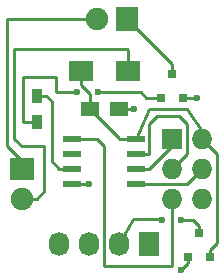
<source format=gbr>
G04 #@! TF.FileFunction,Copper,L1,Top,Signal*
%FSLAX46Y46*%
G04 Gerber Fmt 4.6, Leading zero omitted, Abs format (unit mm)*
G04 Created by KiCad (PCBNEW 4.0.2-stable) date 5/25/2016 08:06:47*
%MOMM*%
G01*
G04 APERTURE LIST*
%ADD10C,0.100000*%
%ADD11R,1.550000X0.600000*%
%ADD12R,2.000000X1.700000*%
%ADD13R,0.900000X1.200000*%
%ADD14R,1.727200X1.727200*%
%ADD15O,1.727200X1.727200*%
%ADD16R,1.727200X2.032000*%
%ADD17O,1.727200X2.032000*%
%ADD18R,2.000000X1.900000*%
%ADD19C,1.900000*%
%ADD20R,1.900000X2.000000*%
%ADD21R,0.800100X0.800100*%
%ADD22R,1.500000X1.250000*%
%ADD23C,0.600000*%
%ADD24C,0.250000*%
G04 APERTURE END LIST*
D10*
D11*
X147160000Y-107315000D03*
X147160000Y-108585000D03*
X147160000Y-109855000D03*
X147160000Y-111125000D03*
X152560000Y-111125000D03*
X152560000Y-109855000D03*
X152560000Y-108585000D03*
X152560000Y-107315000D03*
D12*
X151860000Y-101600000D03*
X147860000Y-101600000D03*
D13*
X144145000Y-105875000D03*
X144145000Y-103675000D03*
D14*
X155575000Y-107315000D03*
D15*
X158115000Y-107315000D03*
X155575000Y-109855000D03*
X158115000Y-109855000D03*
X155575000Y-112395000D03*
X158115000Y-112395000D03*
D16*
X153670000Y-116205000D03*
D17*
X151130000Y-116205000D03*
X148590000Y-116205000D03*
X146050000Y-116205000D03*
D18*
X142875000Y-109855000D03*
D19*
X142875000Y-112395000D03*
D20*
X151765000Y-97155000D03*
D19*
X149225000Y-97155000D03*
D21*
X154625000Y-103870760D03*
X156525000Y-103870760D03*
X155575000Y-101871780D03*
D22*
X148610000Y-104775000D03*
X151110000Y-104775000D03*
D21*
X156936400Y-117332760D03*
X158836400Y-117332760D03*
X157886400Y-115333780D03*
D23*
X156337000Y-118414800D03*
X148590000Y-111125000D03*
X152400000Y-104775000D03*
X157734000Y-103886000D03*
X147574000Y-103378000D03*
X149352000Y-103378000D03*
X154736800Y-114173000D03*
X156387800Y-114173000D03*
D24*
X158836400Y-117332760D02*
X158836400Y-116753600D01*
X159410400Y-108610400D02*
X158115000Y-107315000D01*
X159410400Y-116179600D02*
X159410400Y-108610400D01*
X158836400Y-116753600D02*
X159410400Y-116179600D01*
X148610000Y-104775000D02*
X148610000Y-103525000D01*
X147860000Y-102775000D02*
X147860000Y-101600000D01*
X148610000Y-103525000D02*
X147860000Y-102775000D01*
X151130000Y-107315000D02*
X151130000Y-107295000D01*
X151130000Y-107295000D02*
X148610000Y-104775000D01*
X152560000Y-107315000D02*
X151130000Y-107315000D01*
X158115000Y-107315000D02*
X158115000Y-106680000D01*
X158115000Y-106680000D02*
X156845000Y-104775000D01*
X156845000Y-104775000D02*
X153670000Y-104775000D01*
X153670000Y-104775000D02*
X152560000Y-107315000D01*
X156936400Y-117332760D02*
X156936400Y-117815400D01*
X156936400Y-117815400D02*
X156337000Y-118414800D01*
X147160000Y-111125000D02*
X148590000Y-111125000D01*
X151110000Y-104775000D02*
X152400000Y-104775000D01*
X156525000Y-103870760D02*
X157718760Y-103870760D01*
X157718760Y-103870760D02*
X157734000Y-103886000D01*
X149225000Y-97155000D02*
X141605000Y-97155000D01*
X141605000Y-107950000D02*
X142875000Y-109220000D01*
X141605000Y-97155000D02*
X141605000Y-107950000D01*
X142875000Y-109220000D02*
X142875000Y-109855000D01*
X142875000Y-112395000D02*
X144145000Y-112395000D01*
X151860000Y-99790000D02*
X151860000Y-101600000D01*
X151765000Y-99695000D02*
X151860000Y-99790000D01*
X142240000Y-99695000D02*
X151765000Y-99695000D01*
X142240000Y-107315000D02*
X142240000Y-99695000D01*
X142875000Y-107950000D02*
X142240000Y-107315000D01*
X144780000Y-107950000D02*
X142875000Y-107950000D01*
X144780000Y-111760000D02*
X144780000Y-107950000D01*
X144145000Y-112395000D02*
X144780000Y-111760000D01*
X155575000Y-101871780D02*
X155575000Y-100965000D01*
X155575000Y-100965000D02*
X151765000Y-97155000D01*
X155575000Y-112395000D02*
X155575000Y-118110000D01*
X149225000Y-107315000D02*
X147160000Y-107315000D01*
X149860000Y-107950000D02*
X149225000Y-107315000D01*
X149860000Y-118110000D02*
X149860000Y-107950000D01*
X155575000Y-118110000D02*
X149860000Y-118110000D01*
X147160000Y-109855000D02*
X146050000Y-109855000D01*
X144950000Y-103675000D02*
X144145000Y-103675000D01*
X145415000Y-104140000D02*
X144950000Y-103675000D01*
X145415000Y-109220000D02*
X145415000Y-104140000D01*
X146050000Y-109855000D02*
X145415000Y-109220000D01*
X158115000Y-109855000D02*
X156845000Y-111125000D01*
X156845000Y-111125000D02*
X152560000Y-111125000D01*
X155575000Y-107315000D02*
X155575000Y-107950000D01*
X155575000Y-107950000D02*
X153670000Y-109855000D01*
X153670000Y-109855000D02*
X152560000Y-109855000D01*
X155575000Y-109855000D02*
X156845000Y-108585000D01*
X153670000Y-108585000D02*
X152560000Y-108585000D01*
X153670000Y-106045000D02*
X153670000Y-108585000D01*
X154305000Y-105410000D02*
X153670000Y-106045000D01*
X156210000Y-105410000D02*
X154305000Y-105410000D01*
X156845000Y-106045000D02*
X156210000Y-105410000D01*
X156845000Y-108585000D02*
X156845000Y-106045000D01*
X154625000Y-103870760D02*
X153431240Y-103870760D01*
X143019600Y-105875000D02*
X144145000Y-105875000D01*
X142976600Y-105918000D02*
X143019600Y-105875000D01*
X143002000Y-102108000D02*
X142976600Y-105918000D01*
X145796000Y-102108000D02*
X143002000Y-102108000D01*
X145796000Y-103378000D02*
X145796000Y-102108000D01*
X147574000Y-103378000D02*
X145796000Y-103378000D01*
X152938480Y-103378000D02*
X149352000Y-103378000D01*
X153431240Y-103870760D02*
X152938480Y-103378000D01*
X157886400Y-115333780D02*
X157886400Y-114731800D01*
X152273000Y-114122200D02*
X151130000Y-116205000D01*
X154686000Y-114122200D02*
X152273000Y-114122200D01*
X154736800Y-114173000D02*
X154686000Y-114122200D01*
X157327600Y-114173000D02*
X156387800Y-114173000D01*
X157886400Y-114731800D02*
X157327600Y-114173000D01*
M02*

</source>
